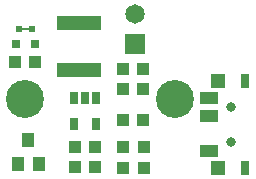
<source format=gts>
G04 #@! TF.FileFunction,Soldermask,Top*
%FSLAX46Y46*%
G04 Gerber Fmt 4.6, Leading zero omitted, Abs format (unit mm)*
G04 Created by KiCad (PCBNEW 4.0.6) date 08/08/17 15:54:06*
%MOMM*%
%LPD*%
G01*
G04 APERTURE LIST*
%ADD10C,0.100000*%
%ADD11R,0.650000X1.060000*%
%ADD12R,1.651000X1.651000*%
%ADD13C,1.651000*%
%ADD14R,1.100000X1.000000*%
%ADD15R,3.700000X1.200000*%
%ADD16R,1.016000X1.143000*%
%ADD17R,1.000000X1.100000*%
%ADD18R,0.800000X0.800000*%
%ADD19R,0.600000X0.500000*%
%ADD20R,0.800000X0.150000*%
%ADD21C,0.800000*%
%ADD22R,0.800000X1.200000*%
%ADD23R,1.200000X1.200000*%
%ADD24R,1.500000X1.000000*%
%ADD25C,3.216000*%
G04 APERTURE END LIST*
D10*
D11*
X147762000Y-105072000D03*
X146812000Y-105072000D03*
X145862000Y-105072000D03*
X145862000Y-107272000D03*
X147762000Y-107272000D03*
D12*
X151003000Y-100457000D03*
D13*
X151003000Y-97917000D03*
D14*
X145962000Y-110871000D03*
X147662000Y-110871000D03*
X150026000Y-104267000D03*
X151726000Y-104267000D03*
X150026000Y-102616000D03*
X151726000Y-102616000D03*
D15*
X146304000Y-102711000D03*
X146304000Y-98711000D03*
D16*
X141986000Y-108585000D03*
X142875000Y-110617000D03*
X141097000Y-110617000D03*
D14*
X150026000Y-106934000D03*
X151726000Y-106934000D03*
D17*
X151765000Y-109259000D03*
X151765000Y-110959000D03*
X149987000Y-109259000D03*
X149987000Y-110959000D03*
D14*
X142582000Y-102044500D03*
X140882000Y-102044500D03*
D18*
X140932000Y-100457000D03*
X142532000Y-100457000D03*
D14*
X145962000Y-109220000D03*
X147662000Y-109220000D03*
D19*
X141182000Y-99187000D03*
X142282000Y-99187000D03*
D20*
X141732000Y-99187000D03*
D21*
X159194500Y-105791000D03*
X159194500Y-108815000D03*
D22*
X160344500Y-110965000D03*
D23*
X158044500Y-110965000D03*
D22*
X160344500Y-103665000D03*
D23*
X158044500Y-103665000D03*
D24*
X157294500Y-106565000D03*
X157294500Y-105065000D03*
X157294500Y-109565000D03*
D25*
X141732000Y-105156000D03*
X154432000Y-105156000D03*
M02*

</source>
